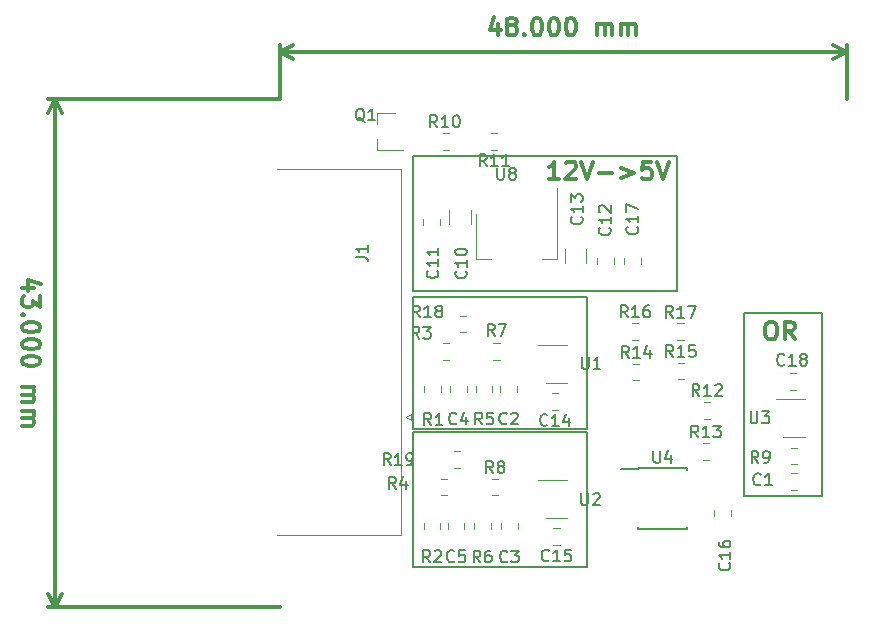
<source format=gbr>
G04 #@! TF.GenerationSoftware,KiCad,Pcbnew,(5.0.2)-1*
G04 #@! TF.CreationDate,2019-02-20T15:00:44+02:00*
G04 #@! TF.ProjectId,APPS_SMD,41505053-5f53-44d4-942e-6b696361645f,rev?*
G04 #@! TF.SameCoordinates,Original*
G04 #@! TF.FileFunction,Legend,Top*
G04 #@! TF.FilePolarity,Positive*
%FSLAX46Y46*%
G04 Gerber Fmt 4.6, Leading zero omitted, Abs format (unit mm)*
G04 Created by KiCad (PCBNEW (5.0.2)-1) date 2/20/2019 3:00:44 PM*
%MOMM*%
%LPD*%
G01*
G04 APERTURE LIST*
%ADD10C,0.300000*%
%ADD11C,0.200000*%
%ADD12C,0.120000*%
%ADD13C,0.150000*%
G04 APERTURE END LIST*
D10*
X19221428Y-41000000D02*
X18221428Y-41000000D01*
X19792857Y-40642857D02*
X18721428Y-40285714D01*
X18721428Y-41214285D01*
X19721428Y-41642857D02*
X19721428Y-42571428D01*
X19150000Y-42071428D01*
X19150000Y-42285714D01*
X19078571Y-42428571D01*
X19007142Y-42500000D01*
X18864285Y-42571428D01*
X18507142Y-42571428D01*
X18364285Y-42500000D01*
X18292857Y-42428571D01*
X18221428Y-42285714D01*
X18221428Y-41857142D01*
X18292857Y-41714285D01*
X18364285Y-41642857D01*
X18364285Y-43214285D02*
X18292857Y-43285714D01*
X18221428Y-43214285D01*
X18292857Y-43142857D01*
X18364285Y-43214285D01*
X18221428Y-43214285D01*
X19721428Y-44214285D02*
X19721428Y-44357142D01*
X19650000Y-44500000D01*
X19578571Y-44571428D01*
X19435714Y-44642857D01*
X19150000Y-44714285D01*
X18792857Y-44714285D01*
X18507142Y-44642857D01*
X18364285Y-44571428D01*
X18292857Y-44500000D01*
X18221428Y-44357142D01*
X18221428Y-44214285D01*
X18292857Y-44071428D01*
X18364285Y-44000000D01*
X18507142Y-43928571D01*
X18792857Y-43857142D01*
X19150000Y-43857142D01*
X19435714Y-43928571D01*
X19578571Y-44000000D01*
X19650000Y-44071428D01*
X19721428Y-44214285D01*
X19721428Y-45642857D02*
X19721428Y-45785714D01*
X19650000Y-45928571D01*
X19578571Y-46000000D01*
X19435714Y-46071428D01*
X19150000Y-46142857D01*
X18792857Y-46142857D01*
X18507142Y-46071428D01*
X18364285Y-46000000D01*
X18292857Y-45928571D01*
X18221428Y-45785714D01*
X18221428Y-45642857D01*
X18292857Y-45500000D01*
X18364285Y-45428571D01*
X18507142Y-45357142D01*
X18792857Y-45285714D01*
X19150000Y-45285714D01*
X19435714Y-45357142D01*
X19578571Y-45428571D01*
X19650000Y-45500000D01*
X19721428Y-45642857D01*
X19721428Y-47071428D02*
X19721428Y-47214285D01*
X19650000Y-47357142D01*
X19578571Y-47428571D01*
X19435714Y-47500000D01*
X19150000Y-47571428D01*
X18792857Y-47571428D01*
X18507142Y-47500000D01*
X18364285Y-47428571D01*
X18292857Y-47357142D01*
X18221428Y-47214285D01*
X18221428Y-47071428D01*
X18292857Y-46928571D01*
X18364285Y-46857142D01*
X18507142Y-46785714D01*
X18792857Y-46714285D01*
X19150000Y-46714285D01*
X19435714Y-46785714D01*
X19578571Y-46857142D01*
X19650000Y-46928571D01*
X19721428Y-47071428D01*
X18221428Y-49357142D02*
X19221428Y-49357142D01*
X19078571Y-49357142D02*
X19150000Y-49428571D01*
X19221428Y-49571428D01*
X19221428Y-49785714D01*
X19150000Y-49928571D01*
X19007142Y-50000000D01*
X18221428Y-50000000D01*
X19007142Y-50000000D02*
X19150000Y-50071428D01*
X19221428Y-50214285D01*
X19221428Y-50428571D01*
X19150000Y-50571428D01*
X19007142Y-50642857D01*
X18221428Y-50642857D01*
X18221428Y-51357142D02*
X19221428Y-51357142D01*
X19078571Y-51357142D02*
X19150000Y-51428571D01*
X19221428Y-51571428D01*
X19221428Y-51785714D01*
X19150000Y-51928571D01*
X19007142Y-52000000D01*
X18221428Y-52000000D01*
X19007142Y-52000000D02*
X19150000Y-52071428D01*
X19221428Y-52214285D01*
X19221428Y-52428571D01*
X19150000Y-52571428D01*
X19007142Y-52642857D01*
X18221428Y-52642857D01*
X21000000Y-25000000D02*
X21000000Y-68000000D01*
X40000000Y-25000000D02*
X20413579Y-25000000D01*
X40000000Y-68000000D02*
X20413579Y-68000000D01*
X21000000Y-68000000D02*
X20413579Y-66873496D01*
X21000000Y-68000000D02*
X21586421Y-66873496D01*
X21000000Y-25000000D02*
X20413579Y-26126504D01*
X21000000Y-25000000D02*
X21586421Y-26126504D01*
X58500000Y-18578571D02*
X58500000Y-19578571D01*
X58142857Y-18007142D02*
X57785714Y-19078571D01*
X58714285Y-19078571D01*
X59500000Y-18721428D02*
X59357142Y-18650000D01*
X59285714Y-18578571D01*
X59214285Y-18435714D01*
X59214285Y-18364285D01*
X59285714Y-18221428D01*
X59357142Y-18150000D01*
X59500000Y-18078571D01*
X59785714Y-18078571D01*
X59928571Y-18150000D01*
X60000000Y-18221428D01*
X60071428Y-18364285D01*
X60071428Y-18435714D01*
X60000000Y-18578571D01*
X59928571Y-18650000D01*
X59785714Y-18721428D01*
X59500000Y-18721428D01*
X59357142Y-18792857D01*
X59285714Y-18864285D01*
X59214285Y-19007142D01*
X59214285Y-19292857D01*
X59285714Y-19435714D01*
X59357142Y-19507142D01*
X59500000Y-19578571D01*
X59785714Y-19578571D01*
X59928571Y-19507142D01*
X60000000Y-19435714D01*
X60071428Y-19292857D01*
X60071428Y-19007142D01*
X60000000Y-18864285D01*
X59928571Y-18792857D01*
X59785714Y-18721428D01*
X60714285Y-19435714D02*
X60785714Y-19507142D01*
X60714285Y-19578571D01*
X60642857Y-19507142D01*
X60714285Y-19435714D01*
X60714285Y-19578571D01*
X61714285Y-18078571D02*
X61857142Y-18078571D01*
X62000000Y-18150000D01*
X62071428Y-18221428D01*
X62142857Y-18364285D01*
X62214285Y-18650000D01*
X62214285Y-19007142D01*
X62142857Y-19292857D01*
X62071428Y-19435714D01*
X62000000Y-19507142D01*
X61857142Y-19578571D01*
X61714285Y-19578571D01*
X61571428Y-19507142D01*
X61500000Y-19435714D01*
X61428571Y-19292857D01*
X61357142Y-19007142D01*
X61357142Y-18650000D01*
X61428571Y-18364285D01*
X61500000Y-18221428D01*
X61571428Y-18150000D01*
X61714285Y-18078571D01*
X63142857Y-18078571D02*
X63285714Y-18078571D01*
X63428571Y-18150000D01*
X63500000Y-18221428D01*
X63571428Y-18364285D01*
X63642857Y-18650000D01*
X63642857Y-19007142D01*
X63571428Y-19292857D01*
X63500000Y-19435714D01*
X63428571Y-19507142D01*
X63285714Y-19578571D01*
X63142857Y-19578571D01*
X63000000Y-19507142D01*
X62928571Y-19435714D01*
X62857142Y-19292857D01*
X62785714Y-19007142D01*
X62785714Y-18650000D01*
X62857142Y-18364285D01*
X62928571Y-18221428D01*
X63000000Y-18150000D01*
X63142857Y-18078571D01*
X64571428Y-18078571D02*
X64714285Y-18078571D01*
X64857142Y-18150000D01*
X64928571Y-18221428D01*
X65000000Y-18364285D01*
X65071428Y-18650000D01*
X65071428Y-19007142D01*
X65000000Y-19292857D01*
X64928571Y-19435714D01*
X64857142Y-19507142D01*
X64714285Y-19578571D01*
X64571428Y-19578571D01*
X64428571Y-19507142D01*
X64357142Y-19435714D01*
X64285714Y-19292857D01*
X64214285Y-19007142D01*
X64214285Y-18650000D01*
X64285714Y-18364285D01*
X64357142Y-18221428D01*
X64428571Y-18150000D01*
X64571428Y-18078571D01*
X66857142Y-19578571D02*
X66857142Y-18578571D01*
X66857142Y-18721428D02*
X66928571Y-18650000D01*
X67071428Y-18578571D01*
X67285714Y-18578571D01*
X67428571Y-18650000D01*
X67500000Y-18792857D01*
X67500000Y-19578571D01*
X67500000Y-18792857D02*
X67571428Y-18650000D01*
X67714285Y-18578571D01*
X67928571Y-18578571D01*
X68071428Y-18650000D01*
X68142857Y-18792857D01*
X68142857Y-19578571D01*
X68857142Y-19578571D02*
X68857142Y-18578571D01*
X68857142Y-18721428D02*
X68928571Y-18650000D01*
X69071428Y-18578571D01*
X69285714Y-18578571D01*
X69428571Y-18650000D01*
X69500000Y-18792857D01*
X69500000Y-19578571D01*
X69500000Y-18792857D02*
X69571428Y-18650000D01*
X69714285Y-18578571D01*
X69928571Y-18578571D01*
X70071428Y-18650000D01*
X70142857Y-18792857D01*
X70142857Y-19578571D01*
X40000000Y-21000000D02*
X88000000Y-21000000D01*
X40000000Y-25000000D02*
X40000000Y-20413579D01*
X88000000Y-25000000D02*
X88000000Y-20413579D01*
X88000000Y-21000000D02*
X86873496Y-21586421D01*
X88000000Y-21000000D02*
X86873496Y-20413579D01*
X40000000Y-21000000D02*
X41126504Y-21586421D01*
X40000000Y-21000000D02*
X41126504Y-20413579D01*
D11*
X51310000Y-52926000D02*
X51818000Y-52926000D01*
X51310000Y-41750000D02*
X51818000Y-41750000D01*
X51310000Y-41750000D02*
X51310000Y-52926000D01*
D10*
X81467142Y-43818571D02*
X81752857Y-43818571D01*
X81895714Y-43890000D01*
X82038571Y-44032857D01*
X82110000Y-44318571D01*
X82110000Y-44818571D01*
X82038571Y-45104285D01*
X81895714Y-45247142D01*
X81752857Y-45318571D01*
X81467142Y-45318571D01*
X81324285Y-45247142D01*
X81181428Y-45104285D01*
X81110000Y-44818571D01*
X81110000Y-44318571D01*
X81181428Y-44032857D01*
X81324285Y-43890000D01*
X81467142Y-43818571D01*
X83610000Y-45318571D02*
X83110000Y-44604285D01*
X82752857Y-45318571D02*
X82752857Y-43818571D01*
X83324285Y-43818571D01*
X83467142Y-43890000D01*
X83538571Y-43961428D01*
X83610000Y-44104285D01*
X83610000Y-44318571D01*
X83538571Y-44461428D01*
X83467142Y-44532857D01*
X83324285Y-44604285D01*
X82752857Y-44604285D01*
D11*
X79820000Y-43116000D02*
X79312000Y-43116000D01*
X79312000Y-58610000D02*
X79312000Y-43116000D01*
X85916000Y-43116000D02*
X79820000Y-43116000D01*
X85916000Y-58610000D02*
X85916000Y-43116000D01*
X79312000Y-58610000D02*
X85916000Y-58610000D01*
X51818000Y-64610000D02*
X66042000Y-64610000D01*
X51310000Y-53180000D02*
X66042000Y-53180000D01*
X66042000Y-52926000D02*
X51818000Y-52926000D01*
X66042000Y-41750000D02*
X66042000Y-52926000D01*
X51818000Y-41750000D02*
X66042000Y-41750000D01*
X51310000Y-53180000D02*
X51310000Y-54450000D01*
X66042000Y-53180000D02*
X66042000Y-54450000D01*
X51310000Y-64610000D02*
X51818000Y-64610000D01*
X51310000Y-54450000D02*
X51310000Y-64610000D01*
X66042000Y-64610000D02*
X66042000Y-54450000D01*
D10*
X63677142Y-31760571D02*
X62820000Y-31760571D01*
X63248571Y-31760571D02*
X63248571Y-30260571D01*
X63105714Y-30474857D01*
X62962857Y-30617714D01*
X62820000Y-30689142D01*
X64248571Y-30403428D02*
X64320000Y-30332000D01*
X64462857Y-30260571D01*
X64820000Y-30260571D01*
X64962857Y-30332000D01*
X65034285Y-30403428D01*
X65105714Y-30546285D01*
X65105714Y-30689142D01*
X65034285Y-30903428D01*
X64177142Y-31760571D01*
X65105714Y-31760571D01*
X65534285Y-30260571D02*
X66034285Y-31760571D01*
X66534285Y-30260571D01*
X67034285Y-31189142D02*
X68177142Y-31189142D01*
X68891428Y-30760571D02*
X70034285Y-31189142D01*
X68891428Y-31617714D01*
X71462857Y-30260571D02*
X70748571Y-30260571D01*
X70677142Y-30974857D01*
X70748571Y-30903428D01*
X70891428Y-30832000D01*
X71248571Y-30832000D01*
X71391428Y-30903428D01*
X71462857Y-30974857D01*
X71534285Y-31117714D01*
X71534285Y-31474857D01*
X71462857Y-31617714D01*
X71391428Y-31689142D01*
X71248571Y-31760571D01*
X70891428Y-31760571D01*
X70748571Y-31689142D01*
X70677142Y-31617714D01*
X71962857Y-30260571D02*
X72462857Y-31760571D01*
X72962857Y-30260571D01*
D11*
X51310000Y-29812000D02*
X51310000Y-31082000D01*
X73662000Y-29812000D02*
X51310000Y-29812000D01*
X73662000Y-41242000D02*
X73662000Y-29812000D01*
X51310000Y-41242000D02*
X73662000Y-41242000D01*
X51310000Y-31082000D02*
X51310000Y-41242000D01*
D12*
G04 #@! TO.C,J1*
X39780000Y-30885000D02*
X50260000Y-30885000D01*
X50260000Y-30885000D02*
X50260000Y-61855000D01*
X50260000Y-61855000D02*
X39780000Y-61855000D01*
X51154338Y-51660000D02*
X51154338Y-52160000D01*
X51154338Y-52160000D02*
X50721325Y-51910000D01*
X50721325Y-51910000D02*
X51154338Y-51660000D01*
G04 #@! TO.C,C10*
X56182400Y-34340736D02*
X56182400Y-35544864D01*
X54362400Y-34340736D02*
X54362400Y-35544864D01*
G04 #@! TO.C,C11*
X53594800Y-35138748D02*
X53594800Y-35661252D01*
X52174800Y-35138748D02*
X52174800Y-35661252D01*
G04 #@! TO.C,C12*
X68276000Y-38912452D02*
X68276000Y-38389948D01*
X66856000Y-38912452D02*
X66856000Y-38389948D01*
G04 #@! TO.C,C13*
X65974100Y-38834164D02*
X65974100Y-37630036D01*
X64154100Y-38834164D02*
X64154100Y-37630036D01*
G04 #@! TO.C,U8*
X56637600Y-38478400D02*
X57897600Y-38478400D01*
X63457600Y-38478400D02*
X62197600Y-38478400D01*
X56637600Y-34718400D02*
X56637600Y-38478400D01*
X63457600Y-32468400D02*
X63457600Y-38478400D01*
G04 #@! TO.C,C1*
X83815052Y-56630000D02*
X83292548Y-56630000D01*
X83815052Y-58050000D02*
X83292548Y-58050000D01*
G04 #@! TO.C,C2*
X58677200Y-49261148D02*
X58677200Y-49783652D01*
X60097200Y-49261148D02*
X60097200Y-49783652D01*
G04 #@! TO.C,C3*
X60148000Y-60868948D02*
X60148000Y-61391452D01*
X58728000Y-60868948D02*
X58728000Y-61391452D01*
G04 #@! TO.C,C4*
X54410000Y-49261148D02*
X54410000Y-49783652D01*
X55830000Y-49261148D02*
X55830000Y-49783652D01*
G04 #@! TO.C,C5*
X55639500Y-60856248D02*
X55639500Y-61378752D01*
X54219500Y-60856248D02*
X54219500Y-61378752D01*
G04 #@! TO.C,C14*
X63572752Y-49828400D02*
X63050248Y-49828400D01*
X63572752Y-51248400D02*
X63050248Y-51248400D01*
G04 #@! TO.C,C15*
X63699752Y-61296500D02*
X63177248Y-61296500D01*
X63699752Y-62716500D02*
X63177248Y-62716500D01*
G04 #@! TO.C,C16*
X78210000Y-59738748D02*
X78210000Y-60261252D01*
X76790000Y-59738748D02*
X76790000Y-60261252D01*
G04 #@! TO.C,C17*
X69192800Y-38912452D02*
X69192800Y-38389948D01*
X70612800Y-38912452D02*
X70612800Y-38389948D01*
G04 #@! TO.C,C18*
X83738852Y-49617200D02*
X83216348Y-49617200D01*
X83738852Y-48197200D02*
X83216348Y-48197200D01*
G04 #@! TO.C,R1*
X52225600Y-49783652D02*
X52225600Y-49261148D01*
X53645600Y-49783652D02*
X53645600Y-49261148D01*
G04 #@! TO.C,R2*
X53607500Y-61378752D02*
X53607500Y-60856248D01*
X52187500Y-61378752D02*
X52187500Y-60856248D01*
G04 #@! TO.C,R3*
X53842748Y-45612000D02*
X54365252Y-45612000D01*
X53842748Y-47032000D02*
X54365252Y-47032000D01*
G04 #@! TO.C,R4*
X53652248Y-58525500D02*
X54174752Y-58525500D01*
X53652248Y-57105500D02*
X54174752Y-57105500D01*
G04 #@! TO.C,R5*
X58014400Y-49261148D02*
X58014400Y-49783652D01*
X56594400Y-49261148D02*
X56594400Y-49783652D01*
G04 #@! TO.C,R6*
X56442000Y-60868948D02*
X56442000Y-61391452D01*
X57862000Y-60868948D02*
X57862000Y-61391452D01*
G04 #@! TO.C,R7*
X58619752Y-45637400D02*
X58097248Y-45637400D01*
X58619752Y-47057400D02*
X58097248Y-47057400D01*
G04 #@! TO.C,R8*
X58492752Y-58525500D02*
X57970248Y-58525500D01*
X58492752Y-57105500D02*
X57970248Y-57105500D01*
G04 #@! TO.C,R9*
X83292548Y-54471000D02*
X83815052Y-54471000D01*
X83292548Y-55891000D02*
X83815052Y-55891000D01*
G04 #@! TO.C,U1*
X62538500Y-48973400D02*
X64338500Y-48973400D01*
X64338500Y-45753400D02*
X61888500Y-45753400D01*
G04 #@! TO.C,U2*
X64338500Y-57221500D02*
X61888500Y-57221500D01*
X62538500Y-60441500D02*
X64338500Y-60441500D01*
G04 #@! TO.C,U3*
X82653800Y-53616000D02*
X84453800Y-53616000D01*
X84453800Y-50396000D02*
X82003800Y-50396000D01*
G04 #@! TO.C,Q1*
X48280000Y-26139000D02*
X48280000Y-27069000D01*
X48280000Y-29299000D02*
X48280000Y-28369000D01*
X48280000Y-29299000D02*
X50440000Y-29299000D01*
X48280000Y-26139000D02*
X49740000Y-26139000D01*
G04 #@! TO.C,R10*
X54374252Y-29252000D02*
X53851748Y-29252000D01*
X54374252Y-27832000D02*
X53851748Y-27832000D01*
G04 #@! TO.C,R11*
X58420252Y-29252000D02*
X57897748Y-29252000D01*
X58420252Y-27832000D02*
X57897748Y-27832000D01*
G04 #@! TO.C,R12*
X75913748Y-52010000D02*
X76436252Y-52010000D01*
X75913748Y-50590000D02*
X76436252Y-50590000D01*
G04 #@! TO.C,R13*
X75813748Y-55510000D02*
X76336252Y-55510000D01*
X75813748Y-54090000D02*
X76336252Y-54090000D01*
G04 #@! TO.C,R14*
X69927749Y-47353000D02*
X70450253Y-47353000D01*
X69927749Y-48773000D02*
X70450253Y-48773000D01*
G04 #@! TO.C,R15*
X73687749Y-47278001D02*
X74210253Y-47278001D01*
X73687749Y-48698001D02*
X74210253Y-48698001D01*
G04 #@! TO.C,R16*
X69837749Y-45348001D02*
X70360253Y-45348001D01*
X69837749Y-43928001D02*
X70360253Y-43928001D01*
G04 #@! TO.C,R17*
X73677748Y-43953000D02*
X74200252Y-43953000D01*
X73677748Y-45373000D02*
X74200252Y-45373000D01*
D13*
G04 #@! TO.C,U4*
X70325000Y-56225000D02*
X70325000Y-56275000D01*
X74475000Y-56225000D02*
X74475000Y-56370000D01*
X74475000Y-61375000D02*
X74475000Y-61230000D01*
X70325000Y-61375000D02*
X70325000Y-61230000D01*
X70325000Y-56225000D02*
X74475000Y-56225000D01*
X70325000Y-61375000D02*
X74475000Y-61375000D01*
X70325000Y-56275000D02*
X68925000Y-56275000D01*
D12*
G04 #@! TO.C,R18*
X55238748Y-44710000D02*
X55761252Y-44710000D01*
X55238748Y-43290000D02*
X55761252Y-43290000D01*
G04 #@! TO.C,R19*
X54738748Y-54790000D02*
X55261252Y-54790000D01*
X54738748Y-56210000D02*
X55261252Y-56210000D01*
G04 #@! TO.C,J1*
D13*
X46452380Y-38333333D02*
X47166666Y-38333333D01*
X47309523Y-38380952D01*
X47404761Y-38476190D01*
X47452380Y-38619047D01*
X47452380Y-38714285D01*
X47452380Y-37333333D02*
X47452380Y-37904761D01*
X47452380Y-37619047D02*
X46452380Y-37619047D01*
X46595238Y-37714285D01*
X46690476Y-37809523D01*
X46738095Y-37904761D01*
G04 #@! TO.C,C10*
X55756542Y-39522657D02*
X55804161Y-39570276D01*
X55851780Y-39713133D01*
X55851780Y-39808371D01*
X55804161Y-39951228D01*
X55708923Y-40046466D01*
X55613685Y-40094085D01*
X55423209Y-40141704D01*
X55280352Y-40141704D01*
X55089876Y-40094085D01*
X54994638Y-40046466D01*
X54899400Y-39951228D01*
X54851780Y-39808371D01*
X54851780Y-39713133D01*
X54899400Y-39570276D01*
X54947019Y-39522657D01*
X55851780Y-38570276D02*
X55851780Y-39141704D01*
X55851780Y-38855990D02*
X54851780Y-38855990D01*
X54994638Y-38951228D01*
X55089876Y-39046466D01*
X55137495Y-39141704D01*
X54851780Y-37951228D02*
X54851780Y-37855990D01*
X54899400Y-37760752D01*
X54947019Y-37713133D01*
X55042257Y-37665514D01*
X55232733Y-37617895D01*
X55470828Y-37617895D01*
X55661304Y-37665514D01*
X55756542Y-37713133D01*
X55804161Y-37760752D01*
X55851780Y-37855990D01*
X55851780Y-37951228D01*
X55804161Y-38046466D01*
X55756542Y-38094085D01*
X55661304Y-38141704D01*
X55470828Y-38189323D01*
X55232733Y-38189323D01*
X55042257Y-38141704D01*
X54947019Y-38094085D01*
X54899400Y-38046466D01*
X54851780Y-37951228D01*
G04 #@! TO.C,C11*
X53343542Y-39497257D02*
X53391161Y-39544876D01*
X53438780Y-39687733D01*
X53438780Y-39782971D01*
X53391161Y-39925828D01*
X53295923Y-40021066D01*
X53200685Y-40068685D01*
X53010209Y-40116304D01*
X52867352Y-40116304D01*
X52676876Y-40068685D01*
X52581638Y-40021066D01*
X52486400Y-39925828D01*
X52438780Y-39782971D01*
X52438780Y-39687733D01*
X52486400Y-39544876D01*
X52534019Y-39497257D01*
X53438780Y-38544876D02*
X53438780Y-39116304D01*
X53438780Y-38830590D02*
X52438780Y-38830590D01*
X52581638Y-38925828D01*
X52676876Y-39021066D01*
X52724495Y-39116304D01*
X53438780Y-37592495D02*
X53438780Y-38163923D01*
X53438780Y-37878209D02*
X52438780Y-37878209D01*
X52581638Y-37973447D01*
X52676876Y-38068685D01*
X52724495Y-38163923D01*
G04 #@! TO.C,C12*
X67923142Y-35865057D02*
X67970761Y-35912676D01*
X68018380Y-36055533D01*
X68018380Y-36150771D01*
X67970761Y-36293628D01*
X67875523Y-36388866D01*
X67780285Y-36436485D01*
X67589809Y-36484104D01*
X67446952Y-36484104D01*
X67256476Y-36436485D01*
X67161238Y-36388866D01*
X67066000Y-36293628D01*
X67018380Y-36150771D01*
X67018380Y-36055533D01*
X67066000Y-35912676D01*
X67113619Y-35865057D01*
X68018380Y-34912676D02*
X68018380Y-35484104D01*
X68018380Y-35198390D02*
X67018380Y-35198390D01*
X67161238Y-35293628D01*
X67256476Y-35388866D01*
X67304095Y-35484104D01*
X67113619Y-34531723D02*
X67066000Y-34484104D01*
X67018380Y-34388866D01*
X67018380Y-34150771D01*
X67066000Y-34055533D01*
X67113619Y-34007914D01*
X67208857Y-33960295D01*
X67304095Y-33960295D01*
X67446952Y-34007914D01*
X68018380Y-34579342D01*
X68018380Y-33960295D01*
G04 #@! TO.C,C13*
X65548242Y-34937957D02*
X65595861Y-34985576D01*
X65643480Y-35128433D01*
X65643480Y-35223671D01*
X65595861Y-35366528D01*
X65500623Y-35461766D01*
X65405385Y-35509385D01*
X65214909Y-35557004D01*
X65072052Y-35557004D01*
X64881576Y-35509385D01*
X64786338Y-35461766D01*
X64691100Y-35366528D01*
X64643480Y-35223671D01*
X64643480Y-35128433D01*
X64691100Y-34985576D01*
X64738719Y-34937957D01*
X65643480Y-33985576D02*
X65643480Y-34557004D01*
X65643480Y-34271290D02*
X64643480Y-34271290D01*
X64786338Y-34366528D01*
X64881576Y-34461766D01*
X64929195Y-34557004D01*
X64643480Y-33652242D02*
X64643480Y-33033195D01*
X65024433Y-33366528D01*
X65024433Y-33223671D01*
X65072052Y-33128433D01*
X65119671Y-33080814D01*
X65214909Y-33033195D01*
X65453004Y-33033195D01*
X65548242Y-33080814D01*
X65595861Y-33128433D01*
X65643480Y-33223671D01*
X65643480Y-33509385D01*
X65595861Y-33604623D01*
X65548242Y-33652242D01*
G04 #@! TO.C,U8*
X58422095Y-30788380D02*
X58422095Y-31597904D01*
X58469714Y-31693142D01*
X58517333Y-31740761D01*
X58612571Y-31788380D01*
X58803047Y-31788380D01*
X58898285Y-31740761D01*
X58945904Y-31693142D01*
X58993523Y-31597904D01*
X58993523Y-30788380D01*
X59612571Y-31216952D02*
X59517333Y-31169333D01*
X59469714Y-31121714D01*
X59422095Y-31026476D01*
X59422095Y-30978857D01*
X59469714Y-30883619D01*
X59517333Y-30836000D01*
X59612571Y-30788380D01*
X59803047Y-30788380D01*
X59898285Y-30836000D01*
X59945904Y-30883619D01*
X59993523Y-30978857D01*
X59993523Y-31026476D01*
X59945904Y-31121714D01*
X59898285Y-31169333D01*
X59803047Y-31216952D01*
X59612571Y-31216952D01*
X59517333Y-31264571D01*
X59469714Y-31312190D01*
X59422095Y-31407428D01*
X59422095Y-31597904D01*
X59469714Y-31693142D01*
X59517333Y-31740761D01*
X59612571Y-31788380D01*
X59803047Y-31788380D01*
X59898285Y-31740761D01*
X59945904Y-31693142D01*
X59993523Y-31597904D01*
X59993523Y-31407428D01*
X59945904Y-31312190D01*
X59898285Y-31264571D01*
X59803047Y-31216952D01*
G04 #@! TO.C,C1*
X80720133Y-57570142D02*
X80672514Y-57617761D01*
X80529657Y-57665380D01*
X80434419Y-57665380D01*
X80291561Y-57617761D01*
X80196323Y-57522523D01*
X80148704Y-57427285D01*
X80101085Y-57236809D01*
X80101085Y-57093952D01*
X80148704Y-56903476D01*
X80196323Y-56808238D01*
X80291561Y-56713000D01*
X80434419Y-56665380D01*
X80529657Y-56665380D01*
X80672514Y-56713000D01*
X80720133Y-56760619D01*
X81672514Y-57665380D02*
X81101085Y-57665380D01*
X81386800Y-57665380D02*
X81386800Y-56665380D01*
X81291561Y-56808238D01*
X81196323Y-56903476D01*
X81101085Y-56951095D01*
G04 #@! TO.C,C2*
X59220533Y-52419542D02*
X59172914Y-52467161D01*
X59030057Y-52514780D01*
X58934819Y-52514780D01*
X58791961Y-52467161D01*
X58696723Y-52371923D01*
X58649104Y-52276685D01*
X58601485Y-52086209D01*
X58601485Y-51943352D01*
X58649104Y-51752876D01*
X58696723Y-51657638D01*
X58791961Y-51562400D01*
X58934819Y-51514780D01*
X59030057Y-51514780D01*
X59172914Y-51562400D01*
X59220533Y-51610019D01*
X59601485Y-51610019D02*
X59649104Y-51562400D01*
X59744342Y-51514780D01*
X59982438Y-51514780D01*
X60077676Y-51562400D01*
X60125295Y-51610019D01*
X60172914Y-51705257D01*
X60172914Y-51800495D01*
X60125295Y-51943352D01*
X59553866Y-52514780D01*
X60172914Y-52514780D01*
G04 #@! TO.C,C3*
X59271333Y-64090842D02*
X59223714Y-64138461D01*
X59080857Y-64186080D01*
X58985619Y-64186080D01*
X58842761Y-64138461D01*
X58747523Y-64043223D01*
X58699904Y-63947985D01*
X58652285Y-63757509D01*
X58652285Y-63614652D01*
X58699904Y-63424176D01*
X58747523Y-63328938D01*
X58842761Y-63233700D01*
X58985619Y-63186080D01*
X59080857Y-63186080D01*
X59223714Y-63233700D01*
X59271333Y-63281319D01*
X59604666Y-63186080D02*
X60223714Y-63186080D01*
X59890380Y-63567033D01*
X60033238Y-63567033D01*
X60128476Y-63614652D01*
X60176095Y-63662271D01*
X60223714Y-63757509D01*
X60223714Y-63995604D01*
X60176095Y-64090842D01*
X60128476Y-64138461D01*
X60033238Y-64186080D01*
X59747523Y-64186080D01*
X59652285Y-64138461D01*
X59604666Y-64090842D01*
G04 #@! TO.C,C4*
X54953333Y-52419542D02*
X54905714Y-52467161D01*
X54762857Y-52514780D01*
X54667619Y-52514780D01*
X54524761Y-52467161D01*
X54429523Y-52371923D01*
X54381904Y-52276685D01*
X54334285Y-52086209D01*
X54334285Y-51943352D01*
X54381904Y-51752876D01*
X54429523Y-51657638D01*
X54524761Y-51562400D01*
X54667619Y-51514780D01*
X54762857Y-51514780D01*
X54905714Y-51562400D01*
X54953333Y-51610019D01*
X55810476Y-51848114D02*
X55810476Y-52514780D01*
X55572380Y-51467161D02*
X55334285Y-52181447D01*
X55953333Y-52181447D01*
G04 #@! TO.C,C5*
X54762833Y-64078142D02*
X54715214Y-64125761D01*
X54572357Y-64173380D01*
X54477119Y-64173380D01*
X54334261Y-64125761D01*
X54239023Y-64030523D01*
X54191404Y-63935285D01*
X54143785Y-63744809D01*
X54143785Y-63601952D01*
X54191404Y-63411476D01*
X54239023Y-63316238D01*
X54334261Y-63221000D01*
X54477119Y-63173380D01*
X54572357Y-63173380D01*
X54715214Y-63221000D01*
X54762833Y-63268619D01*
X55667595Y-63173380D02*
X55191404Y-63173380D01*
X55143785Y-63649571D01*
X55191404Y-63601952D01*
X55286642Y-63554333D01*
X55524738Y-63554333D01*
X55619976Y-63601952D01*
X55667595Y-63649571D01*
X55715214Y-63744809D01*
X55715214Y-63982904D01*
X55667595Y-64078142D01*
X55619976Y-64125761D01*
X55524738Y-64173380D01*
X55286642Y-64173380D01*
X55191404Y-64125761D01*
X55143785Y-64078142D01*
G04 #@! TO.C,C14*
X62668642Y-52545542D02*
X62621023Y-52593161D01*
X62478166Y-52640780D01*
X62382928Y-52640780D01*
X62240071Y-52593161D01*
X62144833Y-52497923D01*
X62097214Y-52402685D01*
X62049595Y-52212209D01*
X62049595Y-52069352D01*
X62097214Y-51878876D01*
X62144833Y-51783638D01*
X62240071Y-51688400D01*
X62382928Y-51640780D01*
X62478166Y-51640780D01*
X62621023Y-51688400D01*
X62668642Y-51736019D01*
X63621023Y-52640780D02*
X63049595Y-52640780D01*
X63335309Y-52640780D02*
X63335309Y-51640780D01*
X63240071Y-51783638D01*
X63144833Y-51878876D01*
X63049595Y-51926495D01*
X64478166Y-51974114D02*
X64478166Y-52640780D01*
X64240071Y-51593161D02*
X64001976Y-52307447D01*
X64621023Y-52307447D01*
G04 #@! TO.C,C15*
X62795642Y-64013642D02*
X62748023Y-64061261D01*
X62605166Y-64108880D01*
X62509928Y-64108880D01*
X62367071Y-64061261D01*
X62271833Y-63966023D01*
X62224214Y-63870785D01*
X62176595Y-63680309D01*
X62176595Y-63537452D01*
X62224214Y-63346976D01*
X62271833Y-63251738D01*
X62367071Y-63156500D01*
X62509928Y-63108880D01*
X62605166Y-63108880D01*
X62748023Y-63156500D01*
X62795642Y-63204119D01*
X63748023Y-64108880D02*
X63176595Y-64108880D01*
X63462309Y-64108880D02*
X63462309Y-63108880D01*
X63367071Y-63251738D01*
X63271833Y-63346976D01*
X63176595Y-63394595D01*
X64652785Y-63108880D02*
X64176595Y-63108880D01*
X64128976Y-63585071D01*
X64176595Y-63537452D01*
X64271833Y-63489833D01*
X64509928Y-63489833D01*
X64605166Y-63537452D01*
X64652785Y-63585071D01*
X64700404Y-63680309D01*
X64700404Y-63918404D01*
X64652785Y-64013642D01*
X64605166Y-64061261D01*
X64509928Y-64108880D01*
X64271833Y-64108880D01*
X64176595Y-64061261D01*
X64128976Y-64013642D01*
G04 #@! TO.C,C16*
X78060342Y-64249657D02*
X78107961Y-64297276D01*
X78155580Y-64440133D01*
X78155580Y-64535371D01*
X78107961Y-64678228D01*
X78012723Y-64773466D01*
X77917485Y-64821085D01*
X77727009Y-64868704D01*
X77584152Y-64868704D01*
X77393676Y-64821085D01*
X77298438Y-64773466D01*
X77203200Y-64678228D01*
X77155580Y-64535371D01*
X77155580Y-64440133D01*
X77203200Y-64297276D01*
X77250819Y-64249657D01*
X78155580Y-63297276D02*
X78155580Y-63868704D01*
X78155580Y-63582990D02*
X77155580Y-63582990D01*
X77298438Y-63678228D01*
X77393676Y-63773466D01*
X77441295Y-63868704D01*
X77155580Y-62440133D02*
X77155580Y-62630609D01*
X77203200Y-62725847D01*
X77250819Y-62773466D01*
X77393676Y-62868704D01*
X77584152Y-62916323D01*
X77965104Y-62916323D01*
X78060342Y-62868704D01*
X78107961Y-62821085D01*
X78155580Y-62725847D01*
X78155580Y-62535371D01*
X78107961Y-62440133D01*
X78060342Y-62392514D01*
X77965104Y-62344895D01*
X77727009Y-62344895D01*
X77631771Y-62392514D01*
X77584152Y-62440133D01*
X77536533Y-62535371D01*
X77536533Y-62725847D01*
X77584152Y-62821085D01*
X77631771Y-62868704D01*
X77727009Y-62916323D01*
G04 #@! TO.C,C17*
X70259942Y-35788857D02*
X70307561Y-35836476D01*
X70355180Y-35979333D01*
X70355180Y-36074571D01*
X70307561Y-36217428D01*
X70212323Y-36312666D01*
X70117085Y-36360285D01*
X69926609Y-36407904D01*
X69783752Y-36407904D01*
X69593276Y-36360285D01*
X69498038Y-36312666D01*
X69402800Y-36217428D01*
X69355180Y-36074571D01*
X69355180Y-35979333D01*
X69402800Y-35836476D01*
X69450419Y-35788857D01*
X70355180Y-34836476D02*
X70355180Y-35407904D01*
X70355180Y-35122190D02*
X69355180Y-35122190D01*
X69498038Y-35217428D01*
X69593276Y-35312666D01*
X69640895Y-35407904D01*
X69355180Y-34503142D02*
X69355180Y-33836476D01*
X70355180Y-34265047D01*
G04 #@! TO.C,C18*
X82733142Y-47435542D02*
X82685523Y-47483161D01*
X82542666Y-47530780D01*
X82447428Y-47530780D01*
X82304571Y-47483161D01*
X82209333Y-47387923D01*
X82161714Y-47292685D01*
X82114095Y-47102209D01*
X82114095Y-46959352D01*
X82161714Y-46768876D01*
X82209333Y-46673638D01*
X82304571Y-46578400D01*
X82447428Y-46530780D01*
X82542666Y-46530780D01*
X82685523Y-46578400D01*
X82733142Y-46626019D01*
X83685523Y-47530780D02*
X83114095Y-47530780D01*
X83399809Y-47530780D02*
X83399809Y-46530780D01*
X83304571Y-46673638D01*
X83209333Y-46768876D01*
X83114095Y-46816495D01*
X84256952Y-46959352D02*
X84161714Y-46911733D01*
X84114095Y-46864114D01*
X84066476Y-46768876D01*
X84066476Y-46721257D01*
X84114095Y-46626019D01*
X84161714Y-46578400D01*
X84256952Y-46530780D01*
X84447428Y-46530780D01*
X84542666Y-46578400D01*
X84590285Y-46626019D01*
X84637904Y-46721257D01*
X84637904Y-46768876D01*
X84590285Y-46864114D01*
X84542666Y-46911733D01*
X84447428Y-46959352D01*
X84256952Y-46959352D01*
X84161714Y-47006971D01*
X84114095Y-47054590D01*
X84066476Y-47149828D01*
X84066476Y-47340304D01*
X84114095Y-47435542D01*
X84161714Y-47483161D01*
X84256952Y-47530780D01*
X84447428Y-47530780D01*
X84542666Y-47483161D01*
X84590285Y-47435542D01*
X84637904Y-47340304D01*
X84637904Y-47149828D01*
X84590285Y-47054590D01*
X84542666Y-47006971D01*
X84447428Y-46959352D01*
G04 #@! TO.C,R1*
X52819733Y-52565580D02*
X52486400Y-52089390D01*
X52248304Y-52565580D02*
X52248304Y-51565580D01*
X52629257Y-51565580D01*
X52724495Y-51613200D01*
X52772114Y-51660819D01*
X52819733Y-51756057D01*
X52819733Y-51898914D01*
X52772114Y-51994152D01*
X52724495Y-52041771D01*
X52629257Y-52089390D01*
X52248304Y-52089390D01*
X53772114Y-52565580D02*
X53200685Y-52565580D01*
X53486400Y-52565580D02*
X53486400Y-51565580D01*
X53391161Y-51708438D01*
X53295923Y-51803676D01*
X53200685Y-51851295D01*
G04 #@! TO.C,R2*
X52730833Y-64173380D02*
X52397500Y-63697190D01*
X52159404Y-64173380D02*
X52159404Y-63173380D01*
X52540357Y-63173380D01*
X52635595Y-63221000D01*
X52683214Y-63268619D01*
X52730833Y-63363857D01*
X52730833Y-63506714D01*
X52683214Y-63601952D01*
X52635595Y-63649571D01*
X52540357Y-63697190D01*
X52159404Y-63697190D01*
X53111785Y-63268619D02*
X53159404Y-63221000D01*
X53254642Y-63173380D01*
X53492738Y-63173380D01*
X53587976Y-63221000D01*
X53635595Y-63268619D01*
X53683214Y-63363857D01*
X53683214Y-63459095D01*
X53635595Y-63601952D01*
X53064166Y-64173380D01*
X53683214Y-64173380D01*
G04 #@! TO.C,R3*
X51833333Y-45250380D02*
X51500000Y-44774190D01*
X51261904Y-45250380D02*
X51261904Y-44250380D01*
X51642857Y-44250380D01*
X51738095Y-44298000D01*
X51785714Y-44345619D01*
X51833333Y-44440857D01*
X51833333Y-44583714D01*
X51785714Y-44678952D01*
X51738095Y-44726571D01*
X51642857Y-44774190D01*
X51261904Y-44774190D01*
X52166666Y-44250380D02*
X52785714Y-44250380D01*
X52452380Y-44631333D01*
X52595238Y-44631333D01*
X52690476Y-44678952D01*
X52738095Y-44726571D01*
X52785714Y-44821809D01*
X52785714Y-45059904D01*
X52738095Y-45155142D01*
X52690476Y-45202761D01*
X52595238Y-45250380D01*
X52309523Y-45250380D01*
X52214285Y-45202761D01*
X52166666Y-45155142D01*
G04 #@! TO.C,R4*
X49833333Y-57952380D02*
X49500000Y-57476190D01*
X49261904Y-57952380D02*
X49261904Y-56952380D01*
X49642857Y-56952380D01*
X49738095Y-57000000D01*
X49785714Y-57047619D01*
X49833333Y-57142857D01*
X49833333Y-57285714D01*
X49785714Y-57380952D01*
X49738095Y-57428571D01*
X49642857Y-57476190D01*
X49261904Y-57476190D01*
X50690476Y-57285714D02*
X50690476Y-57952380D01*
X50452380Y-56904761D02*
X50214285Y-57619047D01*
X50833333Y-57619047D01*
G04 #@! TO.C,R5*
X57137733Y-52514780D02*
X56804400Y-52038590D01*
X56566304Y-52514780D02*
X56566304Y-51514780D01*
X56947257Y-51514780D01*
X57042495Y-51562400D01*
X57090114Y-51610019D01*
X57137733Y-51705257D01*
X57137733Y-51848114D01*
X57090114Y-51943352D01*
X57042495Y-51990971D01*
X56947257Y-52038590D01*
X56566304Y-52038590D01*
X58042495Y-51514780D02*
X57566304Y-51514780D01*
X57518685Y-51990971D01*
X57566304Y-51943352D01*
X57661542Y-51895733D01*
X57899638Y-51895733D01*
X57994876Y-51943352D01*
X58042495Y-51990971D01*
X58090114Y-52086209D01*
X58090114Y-52324304D01*
X58042495Y-52419542D01*
X57994876Y-52467161D01*
X57899638Y-52514780D01*
X57661542Y-52514780D01*
X57566304Y-52467161D01*
X57518685Y-52419542D01*
G04 #@! TO.C,R6*
X56985333Y-64186080D02*
X56652000Y-63709890D01*
X56413904Y-64186080D02*
X56413904Y-63186080D01*
X56794857Y-63186080D01*
X56890095Y-63233700D01*
X56937714Y-63281319D01*
X56985333Y-63376557D01*
X56985333Y-63519414D01*
X56937714Y-63614652D01*
X56890095Y-63662271D01*
X56794857Y-63709890D01*
X56413904Y-63709890D01*
X57842476Y-63186080D02*
X57652000Y-63186080D01*
X57556761Y-63233700D01*
X57509142Y-63281319D01*
X57413904Y-63424176D01*
X57366285Y-63614652D01*
X57366285Y-63995604D01*
X57413904Y-64090842D01*
X57461523Y-64138461D01*
X57556761Y-64186080D01*
X57747238Y-64186080D01*
X57842476Y-64138461D01*
X57890095Y-64090842D01*
X57937714Y-63995604D01*
X57937714Y-63757509D01*
X57890095Y-63662271D01*
X57842476Y-63614652D01*
X57747238Y-63567033D01*
X57556761Y-63567033D01*
X57461523Y-63614652D01*
X57413904Y-63662271D01*
X57366285Y-63757509D01*
G04 #@! TO.C,R7*
X58191833Y-45021780D02*
X57858500Y-44545590D01*
X57620404Y-45021780D02*
X57620404Y-44021780D01*
X58001357Y-44021780D01*
X58096595Y-44069400D01*
X58144214Y-44117019D01*
X58191833Y-44212257D01*
X58191833Y-44355114D01*
X58144214Y-44450352D01*
X58096595Y-44497971D01*
X58001357Y-44545590D01*
X57620404Y-44545590D01*
X58525166Y-44021780D02*
X59191833Y-44021780D01*
X58763261Y-45021780D01*
G04 #@! TO.C,R8*
X58064833Y-56616880D02*
X57731500Y-56140690D01*
X57493404Y-56616880D02*
X57493404Y-55616880D01*
X57874357Y-55616880D01*
X57969595Y-55664500D01*
X58017214Y-55712119D01*
X58064833Y-55807357D01*
X58064833Y-55950214D01*
X58017214Y-56045452D01*
X57969595Y-56093071D01*
X57874357Y-56140690D01*
X57493404Y-56140690D01*
X58636261Y-56045452D02*
X58541023Y-55997833D01*
X58493404Y-55950214D01*
X58445785Y-55854976D01*
X58445785Y-55807357D01*
X58493404Y-55712119D01*
X58541023Y-55664500D01*
X58636261Y-55616880D01*
X58826738Y-55616880D01*
X58921976Y-55664500D01*
X58969595Y-55712119D01*
X59017214Y-55807357D01*
X59017214Y-55854976D01*
X58969595Y-55950214D01*
X58921976Y-55997833D01*
X58826738Y-56045452D01*
X58636261Y-56045452D01*
X58541023Y-56093071D01*
X58493404Y-56140690D01*
X58445785Y-56235928D01*
X58445785Y-56426404D01*
X58493404Y-56521642D01*
X58541023Y-56569261D01*
X58636261Y-56616880D01*
X58826738Y-56616880D01*
X58921976Y-56569261D01*
X58969595Y-56521642D01*
X59017214Y-56426404D01*
X59017214Y-56235928D01*
X58969595Y-56140690D01*
X58921976Y-56093071D01*
X58826738Y-56045452D01*
G04 #@! TO.C,R9*
X80529633Y-55760380D02*
X80196300Y-55284190D01*
X79958204Y-55760380D02*
X79958204Y-54760380D01*
X80339157Y-54760380D01*
X80434395Y-54808000D01*
X80482014Y-54855619D01*
X80529633Y-54950857D01*
X80529633Y-55093714D01*
X80482014Y-55188952D01*
X80434395Y-55236571D01*
X80339157Y-55284190D01*
X79958204Y-55284190D01*
X81005823Y-55760380D02*
X81196300Y-55760380D01*
X81291538Y-55712761D01*
X81339157Y-55665142D01*
X81434395Y-55522285D01*
X81482014Y-55331809D01*
X81482014Y-54950857D01*
X81434395Y-54855619D01*
X81386776Y-54808000D01*
X81291538Y-54760380D01*
X81101061Y-54760380D01*
X81005823Y-54808000D01*
X80958204Y-54855619D01*
X80910585Y-54950857D01*
X80910585Y-55188952D01*
X80958204Y-55284190D01*
X81005823Y-55331809D01*
X81101061Y-55379428D01*
X81291538Y-55379428D01*
X81386776Y-55331809D01*
X81434395Y-55284190D01*
X81482014Y-55188952D01*
G04 #@! TO.C,U1*
X65584895Y-46790380D02*
X65584895Y-47599904D01*
X65632514Y-47695142D01*
X65680133Y-47742761D01*
X65775371Y-47790380D01*
X65965847Y-47790380D01*
X66061085Y-47742761D01*
X66108704Y-47695142D01*
X66156323Y-47599904D01*
X66156323Y-46790380D01*
X67156323Y-47790380D02*
X66584895Y-47790380D01*
X66870609Y-47790380D02*
X66870609Y-46790380D01*
X66775371Y-46933238D01*
X66680133Y-47028476D01*
X66584895Y-47076095D01*
G04 #@! TO.C,U2*
X65534095Y-58347380D02*
X65534095Y-59156904D01*
X65581714Y-59252142D01*
X65629333Y-59299761D01*
X65724571Y-59347380D01*
X65915047Y-59347380D01*
X66010285Y-59299761D01*
X66057904Y-59252142D01*
X66105523Y-59156904D01*
X66105523Y-58347380D01*
X66534095Y-58442619D02*
X66581714Y-58395000D01*
X66676952Y-58347380D01*
X66915047Y-58347380D01*
X67010285Y-58395000D01*
X67057904Y-58442619D01*
X67105523Y-58537857D01*
X67105523Y-58633095D01*
X67057904Y-58775952D01*
X66486476Y-59347380D01*
X67105523Y-59347380D01*
G04 #@! TO.C,U3*
X79870895Y-51407580D02*
X79870895Y-52217104D01*
X79918514Y-52312342D01*
X79966133Y-52359961D01*
X80061371Y-52407580D01*
X80251847Y-52407580D01*
X80347085Y-52359961D01*
X80394704Y-52312342D01*
X80442323Y-52217104D01*
X80442323Y-51407580D01*
X80823276Y-51407580D02*
X81442323Y-51407580D01*
X81108990Y-51788533D01*
X81251847Y-51788533D01*
X81347085Y-51836152D01*
X81394704Y-51883771D01*
X81442323Y-51979009D01*
X81442323Y-52217104D01*
X81394704Y-52312342D01*
X81347085Y-52359961D01*
X81251847Y-52407580D01*
X80966133Y-52407580D01*
X80870895Y-52359961D01*
X80823276Y-52312342D01*
G04 #@! TO.C,Q1*
X47182761Y-26869619D02*
X47087523Y-26822000D01*
X46992285Y-26726761D01*
X46849428Y-26583904D01*
X46754190Y-26536285D01*
X46658952Y-26536285D01*
X46706571Y-26774380D02*
X46611333Y-26726761D01*
X46516095Y-26631523D01*
X46468476Y-26441047D01*
X46468476Y-26107714D01*
X46516095Y-25917238D01*
X46611333Y-25822000D01*
X46706571Y-25774380D01*
X46897047Y-25774380D01*
X46992285Y-25822000D01*
X47087523Y-25917238D01*
X47135142Y-26107714D01*
X47135142Y-26441047D01*
X47087523Y-26631523D01*
X46992285Y-26726761D01*
X46897047Y-26774380D01*
X46706571Y-26774380D01*
X48087523Y-26774380D02*
X47516095Y-26774380D01*
X47801809Y-26774380D02*
X47801809Y-25774380D01*
X47706571Y-25917238D01*
X47611333Y-26012476D01*
X47516095Y-26060095D01*
G04 #@! TO.C,R10*
X53334142Y-27343380D02*
X53000809Y-26867190D01*
X52762714Y-27343380D02*
X52762714Y-26343380D01*
X53143666Y-26343380D01*
X53238904Y-26391000D01*
X53286523Y-26438619D01*
X53334142Y-26533857D01*
X53334142Y-26676714D01*
X53286523Y-26771952D01*
X53238904Y-26819571D01*
X53143666Y-26867190D01*
X52762714Y-26867190D01*
X54286523Y-27343380D02*
X53715095Y-27343380D01*
X54000809Y-27343380D02*
X54000809Y-26343380D01*
X53905571Y-26486238D01*
X53810333Y-26581476D01*
X53715095Y-26629095D01*
X54905571Y-26343380D02*
X55000809Y-26343380D01*
X55096047Y-26391000D01*
X55143666Y-26438619D01*
X55191285Y-26533857D01*
X55238904Y-26724333D01*
X55238904Y-26962428D01*
X55191285Y-27152904D01*
X55143666Y-27248142D01*
X55096047Y-27295761D01*
X55000809Y-27343380D01*
X54905571Y-27343380D01*
X54810333Y-27295761D01*
X54762714Y-27248142D01*
X54715095Y-27152904D01*
X54667476Y-26962428D01*
X54667476Y-26724333D01*
X54715095Y-26533857D01*
X54762714Y-26438619D01*
X54810333Y-26391000D01*
X54905571Y-26343380D01*
G04 #@! TO.C,R11*
X57516142Y-30644380D02*
X57182809Y-30168190D01*
X56944714Y-30644380D02*
X56944714Y-29644380D01*
X57325666Y-29644380D01*
X57420904Y-29692000D01*
X57468523Y-29739619D01*
X57516142Y-29834857D01*
X57516142Y-29977714D01*
X57468523Y-30072952D01*
X57420904Y-30120571D01*
X57325666Y-30168190D01*
X56944714Y-30168190D01*
X58468523Y-30644380D02*
X57897095Y-30644380D01*
X58182809Y-30644380D02*
X58182809Y-29644380D01*
X58087571Y-29787238D01*
X57992333Y-29882476D01*
X57897095Y-29930095D01*
X59420904Y-30644380D02*
X58849476Y-30644380D01*
X59135190Y-30644380D02*
X59135190Y-29644380D01*
X59039952Y-29787238D01*
X58944714Y-29882476D01*
X58849476Y-29930095D01*
G04 #@! TO.C,R12*
X75532142Y-50102380D02*
X75198809Y-49626190D01*
X74960714Y-50102380D02*
X74960714Y-49102380D01*
X75341666Y-49102380D01*
X75436904Y-49150000D01*
X75484523Y-49197619D01*
X75532142Y-49292857D01*
X75532142Y-49435714D01*
X75484523Y-49530952D01*
X75436904Y-49578571D01*
X75341666Y-49626190D01*
X74960714Y-49626190D01*
X76484523Y-50102380D02*
X75913095Y-50102380D01*
X76198809Y-50102380D02*
X76198809Y-49102380D01*
X76103571Y-49245238D01*
X76008333Y-49340476D01*
X75913095Y-49388095D01*
X76865476Y-49197619D02*
X76913095Y-49150000D01*
X77008333Y-49102380D01*
X77246428Y-49102380D01*
X77341666Y-49150000D01*
X77389285Y-49197619D01*
X77436904Y-49292857D01*
X77436904Y-49388095D01*
X77389285Y-49530952D01*
X76817857Y-50102380D01*
X77436904Y-50102380D01*
G04 #@! TO.C,R13*
X75432142Y-53602380D02*
X75098809Y-53126190D01*
X74860714Y-53602380D02*
X74860714Y-52602380D01*
X75241666Y-52602380D01*
X75336904Y-52650000D01*
X75384523Y-52697619D01*
X75432142Y-52792857D01*
X75432142Y-52935714D01*
X75384523Y-53030952D01*
X75336904Y-53078571D01*
X75241666Y-53126190D01*
X74860714Y-53126190D01*
X76384523Y-53602380D02*
X75813095Y-53602380D01*
X76098809Y-53602380D02*
X76098809Y-52602380D01*
X76003571Y-52745238D01*
X75908333Y-52840476D01*
X75813095Y-52888095D01*
X76717857Y-52602380D02*
X77336904Y-52602380D01*
X77003571Y-52983333D01*
X77146428Y-52983333D01*
X77241666Y-53030952D01*
X77289285Y-53078571D01*
X77336904Y-53173809D01*
X77336904Y-53411904D01*
X77289285Y-53507142D01*
X77241666Y-53554761D01*
X77146428Y-53602380D01*
X76860714Y-53602380D01*
X76765476Y-53554761D01*
X76717857Y-53507142D01*
G04 #@! TO.C,R14*
X69546143Y-46865380D02*
X69212810Y-46389190D01*
X68974715Y-46865380D02*
X68974715Y-45865380D01*
X69355667Y-45865380D01*
X69450905Y-45913000D01*
X69498524Y-45960619D01*
X69546143Y-46055857D01*
X69546143Y-46198714D01*
X69498524Y-46293952D01*
X69450905Y-46341571D01*
X69355667Y-46389190D01*
X68974715Y-46389190D01*
X70498524Y-46865380D02*
X69927096Y-46865380D01*
X70212810Y-46865380D02*
X70212810Y-45865380D01*
X70117572Y-46008238D01*
X70022334Y-46103476D01*
X69927096Y-46151095D01*
X71355667Y-46198714D02*
X71355667Y-46865380D01*
X71117572Y-45817761D02*
X70879477Y-46532047D01*
X71498524Y-46532047D01*
G04 #@! TO.C,R15*
X73306143Y-46790381D02*
X72972810Y-46314191D01*
X72734715Y-46790381D02*
X72734715Y-45790381D01*
X73115667Y-45790381D01*
X73210905Y-45838001D01*
X73258524Y-45885620D01*
X73306143Y-45980858D01*
X73306143Y-46123715D01*
X73258524Y-46218953D01*
X73210905Y-46266572D01*
X73115667Y-46314191D01*
X72734715Y-46314191D01*
X74258524Y-46790381D02*
X73687096Y-46790381D01*
X73972810Y-46790381D02*
X73972810Y-45790381D01*
X73877572Y-45933239D01*
X73782334Y-46028477D01*
X73687096Y-46076096D01*
X75163286Y-45790381D02*
X74687096Y-45790381D01*
X74639477Y-46266572D01*
X74687096Y-46218953D01*
X74782334Y-46171334D01*
X75020429Y-46171334D01*
X75115667Y-46218953D01*
X75163286Y-46266572D01*
X75210905Y-46361810D01*
X75210905Y-46599905D01*
X75163286Y-46695143D01*
X75115667Y-46742762D01*
X75020429Y-46790381D01*
X74782334Y-46790381D01*
X74687096Y-46742762D01*
X74639477Y-46695143D01*
G04 #@! TO.C,R16*
X69456143Y-43440381D02*
X69122810Y-42964191D01*
X68884715Y-43440381D02*
X68884715Y-42440381D01*
X69265667Y-42440381D01*
X69360905Y-42488001D01*
X69408524Y-42535620D01*
X69456143Y-42630858D01*
X69456143Y-42773715D01*
X69408524Y-42868953D01*
X69360905Y-42916572D01*
X69265667Y-42964191D01*
X68884715Y-42964191D01*
X70408524Y-43440381D02*
X69837096Y-43440381D01*
X70122810Y-43440381D02*
X70122810Y-42440381D01*
X70027572Y-42583239D01*
X69932334Y-42678477D01*
X69837096Y-42726096D01*
X71265667Y-42440381D02*
X71075191Y-42440381D01*
X70979953Y-42488001D01*
X70932334Y-42535620D01*
X70837096Y-42678477D01*
X70789477Y-42868953D01*
X70789477Y-43249905D01*
X70837096Y-43345143D01*
X70884715Y-43392762D01*
X70979953Y-43440381D01*
X71170429Y-43440381D01*
X71265667Y-43392762D01*
X71313286Y-43345143D01*
X71360905Y-43249905D01*
X71360905Y-43011810D01*
X71313286Y-42916572D01*
X71265667Y-42868953D01*
X71170429Y-42821334D01*
X70979953Y-42821334D01*
X70884715Y-42868953D01*
X70837096Y-42916572D01*
X70789477Y-43011810D01*
G04 #@! TO.C,R17*
X73296142Y-43465380D02*
X72962809Y-42989190D01*
X72724714Y-43465380D02*
X72724714Y-42465380D01*
X73105666Y-42465380D01*
X73200904Y-42513000D01*
X73248523Y-42560619D01*
X73296142Y-42655857D01*
X73296142Y-42798714D01*
X73248523Y-42893952D01*
X73200904Y-42941571D01*
X73105666Y-42989190D01*
X72724714Y-42989190D01*
X74248523Y-43465380D02*
X73677095Y-43465380D01*
X73962809Y-43465380D02*
X73962809Y-42465380D01*
X73867571Y-42608238D01*
X73772333Y-42703476D01*
X73677095Y-42751095D01*
X74581857Y-42465380D02*
X75248523Y-42465380D01*
X74819952Y-43465380D01*
G04 #@! TO.C,U4*
X71638095Y-54752380D02*
X71638095Y-55561904D01*
X71685714Y-55657142D01*
X71733333Y-55704761D01*
X71828571Y-55752380D01*
X72019047Y-55752380D01*
X72114285Y-55704761D01*
X72161904Y-55657142D01*
X72209523Y-55561904D01*
X72209523Y-54752380D01*
X73114285Y-55085714D02*
X73114285Y-55752380D01*
X72876190Y-54704761D02*
X72638095Y-55419047D01*
X73257142Y-55419047D01*
G04 #@! TO.C,R18*
X51857142Y-43452380D02*
X51523809Y-42976190D01*
X51285714Y-43452380D02*
X51285714Y-42452380D01*
X51666666Y-42452380D01*
X51761904Y-42500000D01*
X51809523Y-42547619D01*
X51857142Y-42642857D01*
X51857142Y-42785714D01*
X51809523Y-42880952D01*
X51761904Y-42928571D01*
X51666666Y-42976190D01*
X51285714Y-42976190D01*
X52809523Y-43452380D02*
X52238095Y-43452380D01*
X52523809Y-43452380D02*
X52523809Y-42452380D01*
X52428571Y-42595238D01*
X52333333Y-42690476D01*
X52238095Y-42738095D01*
X53380952Y-42880952D02*
X53285714Y-42833333D01*
X53238095Y-42785714D01*
X53190476Y-42690476D01*
X53190476Y-42642857D01*
X53238095Y-42547619D01*
X53285714Y-42500000D01*
X53380952Y-42452380D01*
X53571428Y-42452380D01*
X53666666Y-42500000D01*
X53714285Y-42547619D01*
X53761904Y-42642857D01*
X53761904Y-42690476D01*
X53714285Y-42785714D01*
X53666666Y-42833333D01*
X53571428Y-42880952D01*
X53380952Y-42880952D01*
X53285714Y-42928571D01*
X53238095Y-42976190D01*
X53190476Y-43071428D01*
X53190476Y-43261904D01*
X53238095Y-43357142D01*
X53285714Y-43404761D01*
X53380952Y-43452380D01*
X53571428Y-43452380D01*
X53666666Y-43404761D01*
X53714285Y-43357142D01*
X53761904Y-43261904D01*
X53761904Y-43071428D01*
X53714285Y-42976190D01*
X53666666Y-42928571D01*
X53571428Y-42880952D01*
G04 #@! TO.C,R19*
X49382142Y-55952380D02*
X49048809Y-55476190D01*
X48810714Y-55952380D02*
X48810714Y-54952380D01*
X49191666Y-54952380D01*
X49286904Y-55000000D01*
X49334523Y-55047619D01*
X49382142Y-55142857D01*
X49382142Y-55285714D01*
X49334523Y-55380952D01*
X49286904Y-55428571D01*
X49191666Y-55476190D01*
X48810714Y-55476190D01*
X50334523Y-55952380D02*
X49763095Y-55952380D01*
X50048809Y-55952380D02*
X50048809Y-54952380D01*
X49953571Y-55095238D01*
X49858333Y-55190476D01*
X49763095Y-55238095D01*
X50810714Y-55952380D02*
X51001190Y-55952380D01*
X51096428Y-55904761D01*
X51144047Y-55857142D01*
X51239285Y-55714285D01*
X51286904Y-55523809D01*
X51286904Y-55142857D01*
X51239285Y-55047619D01*
X51191666Y-55000000D01*
X51096428Y-54952380D01*
X50905952Y-54952380D01*
X50810714Y-55000000D01*
X50763095Y-55047619D01*
X50715476Y-55142857D01*
X50715476Y-55380952D01*
X50763095Y-55476190D01*
X50810714Y-55523809D01*
X50905952Y-55571428D01*
X51096428Y-55571428D01*
X51191666Y-55523809D01*
X51239285Y-55476190D01*
X51286904Y-55380952D01*
G04 #@! TD*
M02*

</source>
